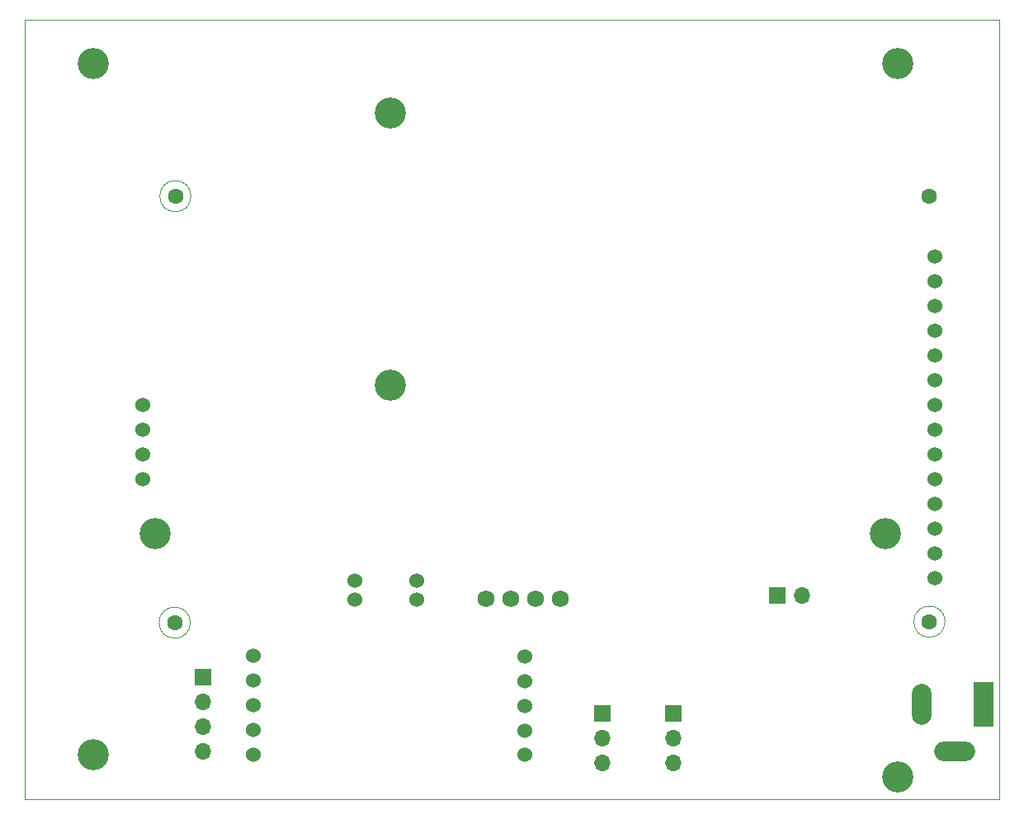
<source format=gbr>
%TF.GenerationSoftware,KiCad,Pcbnew,8.0.2*%
%TF.CreationDate,2024-05-11T13:38:57+03:00*%
%TF.ProjectId,diplomna-shema,6469706c-6f6d-46e6-912d-7368656d612e,rev?*%
%TF.SameCoordinates,Original*%
%TF.FileFunction,Soldermask,Bot*%
%TF.FilePolarity,Negative*%
%FSLAX46Y46*%
G04 Gerber Fmt 4.6, Leading zero omitted, Abs format (unit mm)*
G04 Created by KiCad (PCBNEW 8.0.2) date 2024-05-11 13:38:57*
%MOMM*%
%LPD*%
G01*
G04 APERTURE LIST*
%ADD10C,0.120000*%
%ADD11C,3.200000*%
%ADD12C,1.600000*%
%ADD13C,1.524000*%
%ADD14C,1.734000*%
%ADD15R,1.700000X1.700000*%
%ADD16O,1.700000X1.700000*%
%ADD17R,2.000000X4.600000*%
%ADD18O,2.000000X4.200000*%
%ADD19O,4.200000X2.000000*%
%TA.AperFunction,Profile*%
%ADD20C,0.100000*%
%TD*%
G04 APERTURE END LIST*
D10*
%TO.C,U3*%
X120625000Y-84090000D02*
G75*
G02*
X117425000Y-84090000I-1600000J0D01*
G01*
X117425000Y-84090000D02*
G75*
G02*
X120625000Y-84090000I1600000J0D01*
G01*
X43250000Y-40415000D02*
G75*
G02*
X40050000Y-40415000I-1600000J0D01*
G01*
X40050000Y-40415000D02*
G75*
G02*
X43250000Y-40415000I1600000J0D01*
G01*
X43175000Y-84190000D02*
G75*
G02*
X39975000Y-84190000I-1600000J0D01*
G01*
X39975000Y-84190000D02*
G75*
G02*
X43175000Y-84190000I1600000J0D01*
G01*
%TD*%
D11*
%TO.C,*%
X115750000Y-100000000D03*
%TD*%
%TO.C,*%
X33250000Y-97750000D03*
%TD*%
D12*
%TO.C,U3*%
X119025000Y-84090000D03*
X119000000Y-40380000D03*
X41650000Y-40415000D03*
X41570000Y-84200000D03*
D13*
X119590000Y-79660000D03*
X119590000Y-77120000D03*
X119590000Y-74580000D03*
X119590000Y-72040000D03*
X119590000Y-69500000D03*
X119590000Y-66960000D03*
X119590000Y-64420000D03*
X119590000Y-61880000D03*
X119590000Y-59340000D03*
X119590000Y-56800000D03*
X119590000Y-54260000D03*
X119590000Y-51720000D03*
X119590000Y-49180000D03*
X119590000Y-46640000D03*
X38310000Y-69500000D03*
X38310000Y-66960000D03*
X38310000Y-64420000D03*
X38310000Y-61880000D03*
%TD*%
%TO.C,U2*%
X60050000Y-79845000D03*
X60050000Y-81845000D03*
X66450000Y-79845000D03*
X66450000Y-81845000D03*
%TD*%
D14*
%TO.C,U1*%
X73500000Y-81750000D03*
X76040000Y-81750000D03*
X78580000Y-81750000D03*
X81120000Y-81750000D03*
%TD*%
D15*
%TO.C,J9*%
X44500000Y-89760000D03*
D16*
X44500000Y-92300000D03*
X44500000Y-94840000D03*
X44500000Y-97380000D03*
%TD*%
D15*
%TO.C,J8*%
X103425000Y-81410000D03*
D16*
X105965000Y-81410000D03*
%TD*%
D17*
%TO.C,J2*%
X124550000Y-92600000D03*
D18*
X118250000Y-92600000D03*
D19*
X121650000Y-97400000D03*
%TD*%
D15*
%TO.C,M2*%
X92730000Y-93495000D03*
D16*
X92730000Y-96035000D03*
X92730000Y-98575000D03*
%TD*%
D15*
%TO.C,M1*%
X85460000Y-93495000D03*
D16*
X85460000Y-96035000D03*
X85460000Y-98575000D03*
%TD*%
D13*
%TO.C,U5*%
X49690000Y-87550000D03*
X49690000Y-90100000D03*
X49665000Y-92650000D03*
X49690000Y-95200000D03*
X49690000Y-97750000D03*
X77515000Y-87650000D03*
X77515000Y-90200000D03*
X77490000Y-92750000D03*
X77515000Y-95300000D03*
X77490000Y-97750000D03*
%TD*%
D11*
%TO.C,A1*%
X115800000Y-26750000D03*
X33250000Y-26750000D03*
X63730000Y-31830000D03*
X63730000Y-59770000D03*
X114530000Y-75010000D03*
X39600000Y-75010000D03*
%TD*%
D20*
X26210000Y-22290000D02*
X126210000Y-22290000D01*
X126210000Y-102290000D01*
X26210000Y-102290000D01*
X26210000Y-22290000D01*
M02*

</source>
